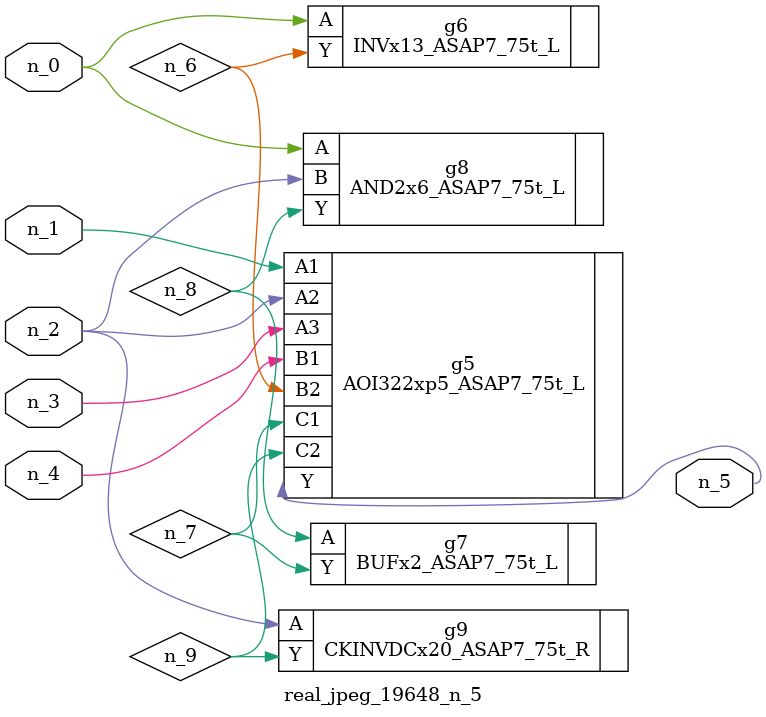
<source format=v>
module real_jpeg_19648_n_5 (n_4, n_0, n_1, n_2, n_3, n_5);

input n_4;
input n_0;
input n_1;
input n_2;
input n_3;

output n_5;

wire n_8;
wire n_6;
wire n_7;
wire n_9;

INVx13_ASAP7_75t_L g6 ( 
.A(n_0),
.Y(n_6)
);

AND2x6_ASAP7_75t_L g8 ( 
.A(n_0),
.B(n_2),
.Y(n_8)
);

AOI322xp5_ASAP7_75t_L g5 ( 
.A1(n_1),
.A2(n_2),
.A3(n_3),
.B1(n_4),
.B2(n_6),
.C1(n_7),
.C2(n_9),
.Y(n_5)
);

CKINVDCx20_ASAP7_75t_R g9 ( 
.A(n_2),
.Y(n_9)
);

BUFx2_ASAP7_75t_L g7 ( 
.A(n_8),
.Y(n_7)
);


endmodule
</source>
